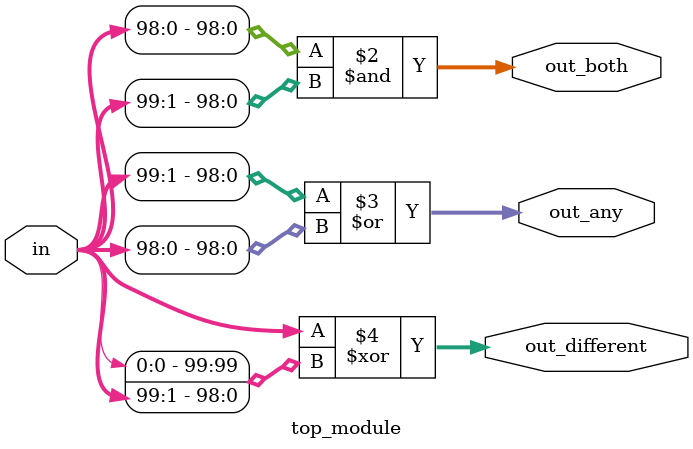
<source format=v>
module top_module( 
    input [99:0] in,
    output reg [98:0] out_both,
    output reg [99:1] out_any,
    output reg [99:0] out_different );

	always @(*) begin
        out_both = in[98:0] & in[99:1];
        out_any = in[99:1] | in[98:0];
        out_different = in[99:0] ^ {in[0], in[99:1]} ;
    end

endmodule

</source>
